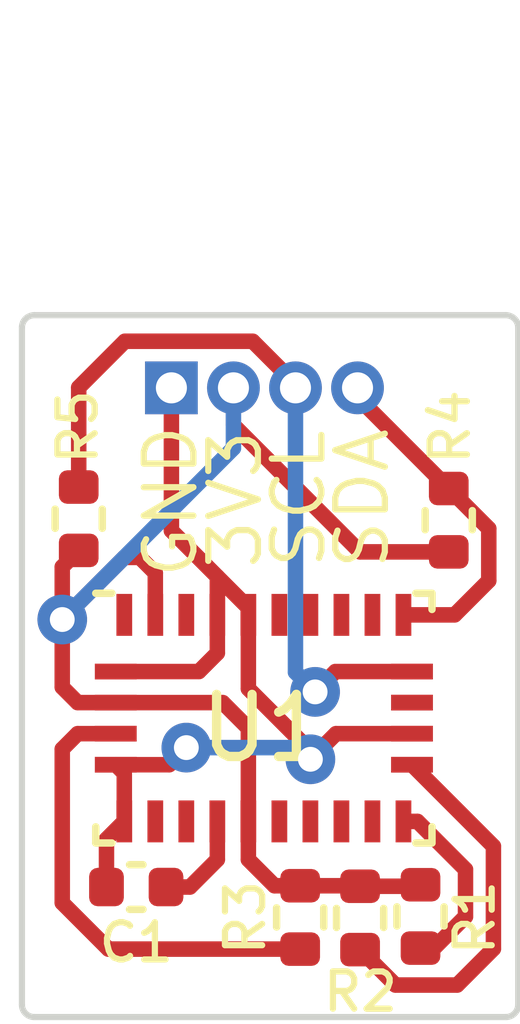
<source format=kicad_pcb>
(kicad_pcb (version 20221018) (generator pcbnew)
  (title_block (title "BNO085 Interface Board (Rectangular)") (date "2023-06-30") (comment 1 "Author: Toby Godfrey"))
  (layers (0 "F.Cu" signal) (31 "B.Cu" signal) (34 "B.Paste" user) (35 "F.Paste" user) (36 "B.SilkS" user "B.Silkscreen") (37 "F.SilkS" user "F.Silkscreen") (38 "B.Mask" user) (39 "F.Mask" user) (44 "Edge.Cuts" user))
  (net 0 "")
  (net 1 "Net-(U1-CAP)")
  (net 2 "GND")
  (net 3 "+3.3V")
  (net 4 "Net-(U1-ENV_SCL)")
  (net 5 "Net-(U1-ENV_SDA)")
  (net 6 "Net-(U1-BOOTN)")
  (net 20 "Net-(J5-Pin_3)")
  (net 21 "Net-(J5-Pin_4)")
  (footprint "Capacitor_SMD:C_0402_1005Metric" (layer "F.Cu") (at 66.442887 72.806451 180)
    (fp_text reference "C1" (at 0 -0.893549) (layer "F.SilkS") (effects (font (size 0.6 0.6) (thickness 0.1) bold)))
    (fp_text value "0.1uF")
    (fp_line (start -0.107836 -0.36) (end 0.107836 -0.36) (stroke (width 0.12)) (layer "F.SilkS"))
    (fp_line (start -0.107836 0.36) (end 0.107836 0.36) (stroke (width 0.12)) (layer "F.SilkS"))
    (pad "1" smd roundrect (at -0.48 0 180) (size 0.56 0.62) (layers "F.Cu" "F.Paste" "F.Mask") (net 1 "Net-(U1-CAP)"))
    (pad "2" smd roundrect (at 0.48 0 180) (size 0.56 0.62) (layers "F.Cu" "F.Paste" "F.Mask") (net 2 "GND"))
  )
  (footprint "Resistor_SMD:R_0402_1005Metric" (layer "F.Cu") (at 71.479924 66.900678 -90)
    (fp_text reference "R4" (at -1.500678 -0.020076 90) (layer "F.SilkS") (effects (font (size 0.6 0.6) (thickness 0.1) bold)))
    (fp_text value "2.2k")
    (fp_line (start -0.153641 -0.38) (end 0.153641 -0.38) (stroke (width 0.12)) (layer "F.SilkS"))
    (fp_line (start -0.153641 0.38) (end 0.153641 0.38) (stroke (width 0.12)) (layer "F.SilkS"))
    (pad "1" smd roundrect (at -0.51 0 270) (size 0.54 0.64) (layers "F.Cu" "F.Paste" "F.Mask") (net 21 "Net-(J5-Pin_4)"))
    (pad "2" smd roundrect (at 0.51 0 270) (size 0.54 0.64) (layers "F.Cu" "F.Paste" "F.Mask") (net 3 "+3.3V"))
  )
  (footprint "Resistor_SMD:R_0402_1005Metric" (layer "F.Cu") (at 69.084885 73.295991 90)
    (fp_text reference "R3" (at -0.004009 -0.884885 90) (layer "F.SilkS") (effects (font (size 0.6 0.6) (thickness 0.1) bold)))
    (fp_text value "10k")
    (fp_line (start -0.153641 -0.38) (end 0.153641 -0.38) (stroke (width 0.12)) (layer "F.SilkS"))
    (fp_line (start -0.153641 0.38) (end 0.153641 0.38) (stroke (width 0.12)) (layer "F.SilkS"))
    (pad "1" smd roundrect (at -0.51 0 90) (size 0.54 0.64) (layers "F.Cu" "F.Paste" "F.Mask") (net 6 "Net-(U1-BOOTN)"))
    (pad "2" smd roundrect (at 0.51 0 90) (size 0.54 0.64) (layers "F.Cu" "F.Paste" "F.Mask") (net 3 "+3.3V"))
  )
  (footprint "Resistor_SMD:R_0402_1005Metric" (layer "F.Cu") (at 71.025001 73.279619 -90)
    (fp_text reference "R1" (at 0.020381 -0.874999 90) (layer "F.SilkS") (effects (font (size 0.6 0.6) (thickness 0.1) bold)))
    (fp_text value "2.2k")
    (fp_line (start -0.153641 -0.38) (end 0.153641 -0.38) (stroke (width 0.12)) (layer "F.SilkS"))
    (fp_line (start -0.153641 0.38) (end 0.153641 0.38) (stroke (width 0.12)) (layer "F.SilkS"))
    (pad "1" smd roundrect (at -0.51 0 270) (size 0.54 0.64) (layers "F.Cu" "F.Paste" "F.Mask") (net 3 "+3.3V"))
    (pad "2" smd roundrect (at 0.51 0 270) (size 0.54 0.64) (layers "F.Cu" "F.Paste" "F.Mask") (net 4 "Net-(U1-ENV_SCL)"))
  )
  (footprint "Package_LGA:LGA-28_5.2x3.8mm_P0.5mm" (layer "F.Cu") (at 68.5 70.0875)
    (fp_text reference "U1" (at 0 0.1625) (layer "F.SilkS"))
    (fp_text value "~")
    (fp_line (start -2.71 -2.01) (end -2.45 -2.01) (stroke (width 0.12)) (layer "F.SilkS"))
    (fp_line (start -2.71 2.01) (end -2.71 1.75) (stroke (width 0.12)) (layer "F.SilkS"))
    (fp_line (start -2.71 2.01) (end -2.45 2.01) (stroke (width 0.12)) (layer "F.SilkS"))
    (fp_line (start 2.71 -2.01) (end 2.45 -2.01) (stroke (width 0.12)) (layer "F.SilkS"))
    (fp_line (start 2.71 -2.01) (end 2.71 -1.75) (stroke (width 0.12)) (layer "F.SilkS"))
    (fp_line (start 2.71 2.01) (end 2.45 2.01) (stroke (width 0.12)) (layer "F.SilkS"))
    (fp_line (start 2.71 2.01) (end 2.71 1.75) (stroke (width 0.12)) (layer "F.SilkS"))
    (pad "1" smd rect (at -2.25 -1.6625) (size 0.254 0.675) (layers "F.Cu" "F.Paste" "F.Mask"))
    (pad "2" smd rect (at -2.3875 -0.75 90) (size 0.254 0.675) (layers "F.Cu" "F.Paste" "F.Mask") (net 2 "GND"))
    (pad "3" smd rect (at -2.3875 -0.25 90) (size 0.254 0.675) (layers "F.Cu" "F.Paste" "F.Mask") (net 3 "+3.3V"))
    (pad "4" smd rect (at -2.3875 0.25 90) (size 0.254 0.675) (layers "F.Cu" "F.Paste" "F.Mask") (net 6 "Net-(U1-BOOTN)"))
    (pad "5" smd rect (at -2.3875 0.75 90) (size 0.254 0.675) (layers "F.Cu" "F.Paste" "F.Mask") (net 2 "GND"))
    (pad "6" smd rect (at -2.25 1.6625) (size 0.254 0.675) (layers "F.Cu" "F.Paste" "F.Mask") (net 2 "GND"))
    (pad "7" smd rect (at -1.75 1.6625) (size 0.254 0.675) (layers "F.Cu" "F.Paste" "F.Mask"))
    (pad "8" smd rect (at -1.25 1.6625) (size 0.254 0.675) (layers "F.Cu" "F.Paste" "F.Mask"))
    (pad "9" smd rect (at -0.75 1.6625) (size 0.254 0.675) (layers "F.Cu" "F.Paste" "F.Mask") (net 1 "Net-(U1-CAP)"))
    (pad "10" smd rect (at -0.25 1.6625) (size 0.254 0.675) (layers "F.Cu" "F.Paste" "F.Mask") (net 3 "+3.3V"))
    (pad "11" smd rect (at 0.25 1.6625) (size 0.254 0.675) (layers "F.Cu" "F.Paste" "F.Mask"))
    (pad "12" smd rect (at 0.75 1.6625) (size 0.254 0.675) (layers "F.Cu" "F.Paste" "F.Mask"))
    (pad "13" smd rect (at 1.25 1.6625) (size 0.254 0.675) (layers "F.Cu" "F.Paste" "F.Mask"))
    (pad "14" smd rect (at 1.75 1.6625) (size 0.254 0.675) (layers "F.Cu" "F.Paste" "F.Mask"))
    (pad "15" smd rect (at 2.25 1.6625) (size 0.254 0.675) (layers "F.Cu" "F.Paste" "F.Mask") (net 4 "Net-(U1-ENV_SCL)"))
    (pad "16" smd rect (at 2.3875 0.75 90) (size 0.254 0.675) (layers "F.Cu" "F.Paste" "F.Mask") (net 5 "Net-(U1-ENV_SDA)"))
    (pad "17" smd rect (at 2.3875 0.25 90) (size 0.254 0.675) (layers "F.Cu" "F.Paste" "F.Mask") (net 2 "GND"))
    (pad "18" smd rect (at 2.3875 -0.25 90) (size 0.254 0.675) (layers "F.Cu" "F.Paste" "F.Mask"))
    (pad "19" smd rect (at 2.3875 -0.75 90) (size 0.254 0.675) (layers "F.Cu" "F.Paste" "F.Mask") (net 20 "Net-(J5-Pin_3)"))
    (pad "20" smd rect (at 2.25 -1.6625) (size 0.254 0.675) (layers "F.Cu" "F.Paste" "F.Mask") (net 21 "Net-(J5-Pin_4)"))
    (pad "21" smd rect (at 1.75 -1.6625) (size 0.254 0.675) (layers "F.Cu" "F.Paste" "F.Mask"))
    (pad "22" smd rect (at 1.25 -1.6625) (size 0.254 0.675) (layers "F.Cu" "F.Paste" "F.Mask"))
    (pad "23" smd rect (at 0.75 -1.6625) (size 0.254 0.675) (layers "F.Cu" "F.Paste" "F.Mask"))
    (pad "24" smd rect (at 0.25 -1.6625) (size 0.254 0.675) (layers "F.Cu" "F.Paste" "F.Mask"))
    (pad "25" smd rect (at -0.25 -1.6625) (size 0.254 0.675) (layers "F.Cu" "F.Paste" "F.Mask") (net 2 "GND"))
    (pad "26" smd rect (at -0.75 -1.6625) (size 0.254 0.675) (layers "F.Cu" "F.Paste" "F.Mask") (net 2 "GND"))
    (pad "27" smd rect (at -1.25 -1.6625) (size 0.254 0.675) (layers "F.Cu" "F.Paste" "F.Mask"))
    (pad "28" smd rect (at -1.75 -1.6625) (size 0.254 0.675) (layers "F.Cu" "F.Paste" "F.Mask") (net 3 "+3.3V"))
  )
  (footprint "Resistor_SMD:R_0402_1005Metric" (layer "F.Cu") (at 65.515173 66.877101 90)
    (fp_text reference "R5" (at 1.477101 -0.015173 90) (layer "F.SilkS") (effects (font (size 0.6 0.6) (thickness 0.1) bold)))
    (fp_text value "2.2k")
    (fp_line (start -0.153641 -0.38) (end 0.153641 -0.38) (stroke (width 0.12)) (layer "F.SilkS"))
    (fp_line (start -0.153641 0.38) (end 0.153641 0.38) (stroke (width 0.12)) (layer "F.SilkS"))
    (pad "1" smd roundrect (at -0.51 0 90) (size 0.54 0.64) (layers "F.Cu" "F.Paste" "F.Mask") (net 3 "+3.3V"))
    (pad "2" smd roundrect (at 0.51 0 90) (size 0.54 0.64) (layers "F.Cu" "F.Paste" "F.Mask") (net 20 "Net-(J5-Pin_3)"))
  )
  (footprint "Connector_PinHeader_1.00mm:PinHeader_1x04_P1.00mm_Vertical" (layer "F.Cu") (at 67.009337 64.77 90)
    (fp_text reference "J5" hide)
    (fp_text value "Conn_01x04_Pin")
    (pad "1" thru_hole rect (at 0 0 90) (size 0.85 0.85) (drill 0.5) (layers "*.Cu" "*.Mask") (net 2 "GND"))
    (pad "2" thru_hole oval (at 0 1 90) (size 0.85 0.85) (drill 0.5) (layers "*.Cu" "*.Mask") (net 3 "+3.3V"))
    (pad "3" thru_hole oval (at 0 2 90) (size 0.85 0.85) (drill 0.5) (layers "*.Cu" "*.Mask") (net 20 "Net-(J5-Pin_3)"))
    (pad "4" thru_hole oval (at 0 3 90) (size 0.85 0.85) (drill 0.5) (layers "*.Cu" "*.Mask") (net 21 "Net-(J5-Pin_4)"))
  )
  (footprint "Resistor_SMD:R_0402_1005Metric" (layer "F.Cu") (at 70.05085 73.304177 90)
    (fp_text reference "R2" (at -1.188282 0.004686 180) (layer "F.SilkS") (effects (font (size 0.6 0.6) (thickness 0.1) bold)))
    (fp_text value "2.2k")
    (fp_line (start -0.153641 -0.38) (end 0.153641 -0.38) (stroke (width 0.12)) (layer "F.SilkS"))
    (fp_line (start -0.153641 0.38) (end 0.153641 0.38) (stroke (width 0.12)) (layer "F.SilkS"))
    (pad "1" smd roundrect (at -0.51 0 90) (size 0.54 0.64) (layers "F.Cu" "F.Paste" "F.Mask") (net 5 "Net-(U1-ENV_SDA)"))
    (pad "2" smd roundrect (at 0.51 0 90) (size 0.54 0.64) (layers "F.Cu" "F.Paste" "F.Mask") (net 3 "+3.3V"))
  )
  (gr_arc (start 72.6 74.7) (mid 72.541421 74.841421) (end 72.4 74.9) (stroke (width 0.1)) (layer "Edge.Cuts"))
  (gr_line (start 72.4 63.6) (end 64.8 63.6) (stroke (width 0.1)) (layer "Edge.Cuts"))
  (gr_line (start 64.6 74.7) (end 64.6 63.8) (stroke (width 0.1)) (layer "Edge.Cuts"))
  (gr_arc (start 72.4 63.6) (mid 72.541421 63.658579) (end 72.6 63.8) (stroke (width 0.1)) (layer "Edge.Cuts"))
  (gr_line (start 72.4 74.9) (end 64.8 74.9) (stroke (width 0.1)) (layer "Edge.Cuts"))
  (gr_arc (start 64.6 63.8) (mid 64.658579 63.658579) (end 64.8 63.6) (stroke (width 0.1)) (layer "Edge.Cuts"))
  (gr_arc (start 64.8 74.9) (mid 64.658579 74.841421) (end 64.6 74.7) (stroke (width 0.1)) (layer "Edge.Cuts"))
  (gr_line (start 72.6 74.7) (end 72.6 63.8) (stroke (width 0.1)) (layer "Edge.Cuts"))
  (gr_text "SDA" (at 70.55286 67.743865 90) (layer "F.SilkS") (effects (font (size 0.8 0.8) (thickness 0.1)) (justify left bottom)))
  (gr_text "GND" (at 67.466684 67.88303 90) (layer "F.SilkS") (effects (font (size 0.8 0.8) (thickness 0.1)) (justify left bottom)))
  (gr_text "3V3" (at 68.506324 67.735679 90) (layer "F.SilkS") (effects (font (size 0.8 0.8) (thickness 0.1)) (justify left bottom)))
  (gr_text "SCL" (at 69.529592 67.727493 90) (layer "F.SilkS") (effects (font (size 0.8 0.8) (thickness 0.1)) (justify left bottom)))
  (segment (start 67.308049 72.806451) (end 67.75 72.3645) (width 0.25) (layer "F.Cu") (net 1))
  (segment (start 66.922887 72.806451) (end 67.308049 72.806451) (width 0.25) (layer "F.Cu") (net 1))
  (segment (start 67.75 72.3645) (end 67.75 71.75) (width 0.25) (layer "F.Cu") (net 1))
  (segment (start 68.25 69.613604) (end 68.25 68.425) (width 0.25) (layer "F.Cu") (net 2))
  (segment (start 69.6625 70.3375) (end 70.8875 70.3375) (width 0.25) (layer "F.Cu") (net 2))
  (segment (start 65.962887 72.037113) (end 66.25 71.75) (width 0.25) (layer "F.Cu") (net 2))
  (segment (start 65.962887 72.806451) (end 65.962887 72.037113) (width 0.25) (layer "F.Cu") (net 2))
  (segment (start 67.75 69.0395) (end 67.452 69.3375) (width 0.25) (layer "F.Cu") (net 2))
  (segment (start 67.75 68.425) (end 67.75 69.0395) (width 0.25) (layer "F.Cu") (net 2))
  (segment (start 68.25 68.3105) (end 68.25 68.425) (width 0.25) (layer "F.Cu") (net 2))
  (segment (start 67.75 67.8105) (end 68.25 68.3105) (width 0.25) (layer "F.Cu") (net 2))
  (segment (start 69.25 70.75) (end 69.25 70.613604) (width 0.25) (layer "F.Cu") (net 2))
  (segment (start 66.25 70.975) (end 66.1125 70.8375) (width 0.25) (layer "F.Cu") (net 2))
  (segment (start 69.25 70.75) (end 69.6625 70.3375) (width 0.25) (layer "F.Cu") (net 2))
  (segment (start 67.452 69.3375) (end 66.1125 69.3375) (width 0.25) (layer "F.Cu") (net 2))
  (segment (start 66.25 71.75) (end 66.25 70.975) (width 0.25) (layer "F.Cu") (net 2))
  (segment (start 69.25 70.613604) (end 68.25 69.613604) (width 0.25) (layer "F.Cu") (net 2))
  (segment (start 66.1125 70.8375) (end 66.9745 70.8375) (width 0.25) (layer "F.Cu") (net 2))
  (segment (start 67.75 67.8105) (end 67.75 68.425) (width 0.25) (layer "F.Cu") (net 2))
  (segment (start 66.9745 70.8375) (end 67.25 70.562) (width 0.25) (layer "F.Cu") (net 2))
  (segment (start 67.009337 67.069837) (end 67.75 67.8105) (width 0.25) (layer "F.Cu") (net 2))
  (segment (start 67.009337 64.77) (end 67.009337 67.069837) (width 0.25) (layer "F.Cu") (net 2))
  (via (at 69.25 70.75) (size 0.8) (drill 0.4) (layers "F.Cu" "B.Cu") (net 2))
  (via (at 67.25 70.562) (size 0.8) (drill 0.4) (layers "F.Cu" "B.Cu") (net 2))
  (segment (start 69.062 70.562) (end 67.25 70.562) (width 0.25) (layer "B.Cu") (net 2))
  (segment (start 69.25 70.75) (end 69.062 70.562) (width 0.25) (layer "B.Cu") (net 2))
  (segment (start 70.05085 72.794177) (end 71.000443 72.794177) (width 0.25) (layer "F.Cu") (net 3))
  (segment (start 71.000443 72.794177) (end 71.025001 72.769619) (width 0.25) (layer "F.Cu") (net 3))
  (segment (start 66.75 67.75) (end 66.5 67.5) (width 0.25) (layer "F.Cu") (net 3))
  (segment (start 65.25 69.5895) (end 65.498 69.8375) (width 0.25) (layer "F.Cu") (net 3))
  (segment (start 66.25 67.5) (end 65.25 68.5) (width 0.25) (layer "F.Cu") (net 3))
  (segment (start 68.25 70.25) (end 68.25 71.75) (width 0.25) (layer "F.Cu") (net 3))
  (segment (start 68.671491 72.785991) (end 68.25 72.3645) (width 0.25) (layer "F.Cu") (net 3))
  (segment (start 68.25 72.3645) (end 68.25 71.75) (width 0.25) (layer "F.Cu") (net 3))
  (segment (start 70.042664 72.785991) (end 70.05085 72.794177) (width 0.25) (layer "F.Cu") (net 3))
  (segment (start 69.084885 72.785991) (end 68.671491 72.785991) (width 0.25) (layer "F.Cu") (net 3))
  (segment (start 65.25 68.5) (end 65.25 69.5895) (width 0.25) (layer "F.Cu") (net 3))
  (segment (start 65.25 68.5) (end 65.25 67.652274) (width 0.25) (layer "F.Cu") (net 3))
  (segment (start 66.5 67.5) (end 66.25 67.5) (width 0.25) (layer "F.Cu") (net 3))
  (segment (start 69.084885 72.785991) (end 70.042664 72.785991) (width 0.25) (layer "F.Cu") (net 3))
  (segment (start 71.479924 67.410678) (end 70.048975 67.410678) (width 0.25) (layer "F.Cu") (net 3))
  (segment (start 67.8375 69.8375) (end 68.25 70.25) (width 0.25) (layer "F.Cu") (net 3))
  (segment (start 66.1125 69.8375) (end 67.8375 69.8375) (width 0.25) (layer "F.Cu") (net 3))
  (segment (start 70.048975 67.410678) (end 68.009337 65.37104) (width 0.25) (layer "F.Cu") (net 3))
  (segment (start 66.75 68.425) (end 66.75 67.75) (width 0.25) (layer "F.Cu") (net 3))
  (segment (start 65.498 69.8375) (end 66.1125 69.8375) (width 0.25) (layer "F.Cu") (net 3))
  (segment (start 65.25 67.652274) (end 65.515173 67.387101) (width 0.25) (layer "F.Cu") (net 3))
  (segment (start 68.009337 65.37104) (end 68.009337 64.77) (width 0.25) (layer "F.Cu") (net 3))
  (via (at 65.25 68.5) (size 0.8) (drill 0.4) (layers "F.Cu" "B.Cu") (net 3))
  (segment (start 68.009337 65.740663) (end 68.009337 64.77) (width 0.25) (layer "B.Cu") (net 3))
  (segment (start 65.25 68.5) (end 68.009337 65.740663) (width 0.25) (layer "B.Cu") (net 3))
  (segment (start 70.97592 71.75) (end 70.75 71.75) (width 0.25) (layer "F.Cu") (net 4))
  (segment (start 71.75 72.52408) (end 70.97592 71.75) (width 0.25) (layer "F.Cu") (net 4))
  (segment (start 71.025001 73.789619) (end 71.242691 73.789619) (width 0.25) (layer "F.Cu") (net 4))
  (segment (start 71.242691 73.789619) (end 71.75 73.28231) (width 0.25) (layer "F.Cu") (net 4))
  (segment (start 71.75 73.28231) (end 71.75 72.52408) (width 0.25) (layer "F.Cu") (net 4))
  (segment (start 70.621292 74.384619) (end 71.615381 74.384619) (width 0.25) (layer "F.Cu") (net 5))
  (segment (start 72.2 73.8) (end 72.2 72.15) (width 0.25) (layer "F.Cu") (net 5))
  (segment (start 72.2 72.15) (end 70.8875 70.8375) (width 0.25) (layer "F.Cu") (net 5))
  (segment (start 71.615381 74.384619) (end 72.2 73.8) (width 0.25) (layer "F.Cu") (net 5))
  (segment (start 70.05085 73.814177) (end 70.621292 74.384619) (width 0.25) (layer "F.Cu") (net 5))
  (segment (start 65.25 70.5855) (end 65.25 73.061173) (width 0.25) (layer "F.Cu") (net 6))
  (segment (start 65.994818 73.805991) (end 69.084885 73.805991) (width 0.25) (layer "F.Cu") (net 6))
  (segment (start 66.1125 70.3375) (end 65.498 70.3375) (width 0.25) (layer "F.Cu") (net 6))
  (segment (start 65.498 70.3375) (end 65.25 70.5855) (width 0.25) (layer "F.Cu") (net 6))
  (segment (start 65.25 73.061173) (end 65.994818 73.805991) (width 0.25) (layer "F.Cu") (net 6))
  (segment (start 65.515173 64.764164) (end 66.259337 64.02) (width 0.25) (layer "F.Cu") (net 20))
  (segment (start 68.319998 64.02) (end 69.009337 64.709339) (width 0.25) (layer "F.Cu") (net 20))
  (segment (start 66.259337 64.02) (end 68.319998 64.02) (width 0.25) (layer "F.Cu") (net 20))
  (segment (start 69.653239 69.3375) (end 69.325867 69.664872) (width 0.25) (layer "F.Cu") (net 20))
  (segment (start 70.8875 69.3375) (end 69.653239 69.3375) (width 0.25) (layer "F.Cu") (net 20))
  (segment (start 65.515173 66.367101) (end 65.515173 64.764164) (width 0.25) (layer "F.Cu") (net 20))
  (segment (start 69.009337 64.709339) (end 69.009337 64.77) (width 0.25) (layer "F.Cu") (net 20))
  (via (at 69.325867 69.664872) (size 0.8) (drill 0.4) (layers "F.Cu" "B.Cu") (net 20))
  (segment (start 69.009337 69.348342) (end 69.009337 64.77) (width 0.25) (layer "B.Cu") (net 20))
  (segment (start 69.325867 69.664872) (end 69.009337 69.348342) (width 0.25) (layer "B.Cu") (net 20))
  (segment (start 70.009337 64.920091) (end 71.124623 66.035377) (width 0.25) (layer "F.Cu") (net 21))
  (segment (start 72.124924 67.035678) (end 72.124924 67.875076) (width 0.25) (layer "F.Cu") (net 21))
  (segment (start 71.124623 66.035377) (end 71.479924 66.390678) (width 0.25) (layer "F.Cu") (net 21))
  (segment (start 72.124924 67.875076) (end 71.575 68.425) (width 0.25) (layer "F.Cu") (net 21))
  (segment (start 71.124623 66.035377) (end 72.124924 67.035678) (width 0.25) (layer "F.Cu") (net 21))
  (segment (start 70.009337 64.77) (end 70.009337 64.920091) (width 0.25) (layer "F.Cu") (net 21))
  (segment (start 71.575 68.425) (end 70.75 68.425) (width 0.25) (layer "F.Cu") (net 21))
)
</source>
